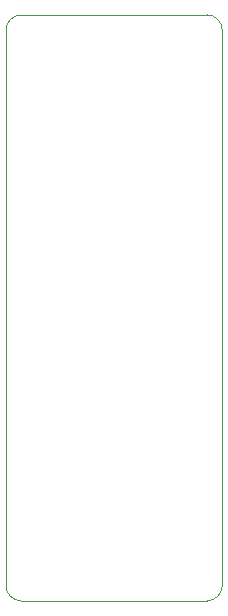
<source format=gm1>
G04 Layer_Color=16711935*
%FSLAX44Y44*%
%MOMM*%
G71*
G01*
G75*
%ADD24C,0.1000*%
D24*
X12750Y496000D02*
G03*
X50Y483300I0J-12700D01*
G01*
X182950D02*
G03*
X170250Y496000I-12700J0D01*
G01*
X170300Y0D02*
G03*
X183000Y12700I0J12700D01*
G01*
X0D02*
G03*
X12700Y0I12700J0D01*
G01*
X0Y38100D02*
Y457200D01*
Y483300D01*
X12750Y496000D02*
X161320D01*
X183000Y469900D02*
Y483300D01*
Y12700D02*
Y165100D01*
X12700Y0D02*
X170300D01*
X0Y12700D02*
Y38100D01*
X183000Y165100D02*
Y469900D01*
X161320Y496000D02*
X170250D01*
M02*

</source>
